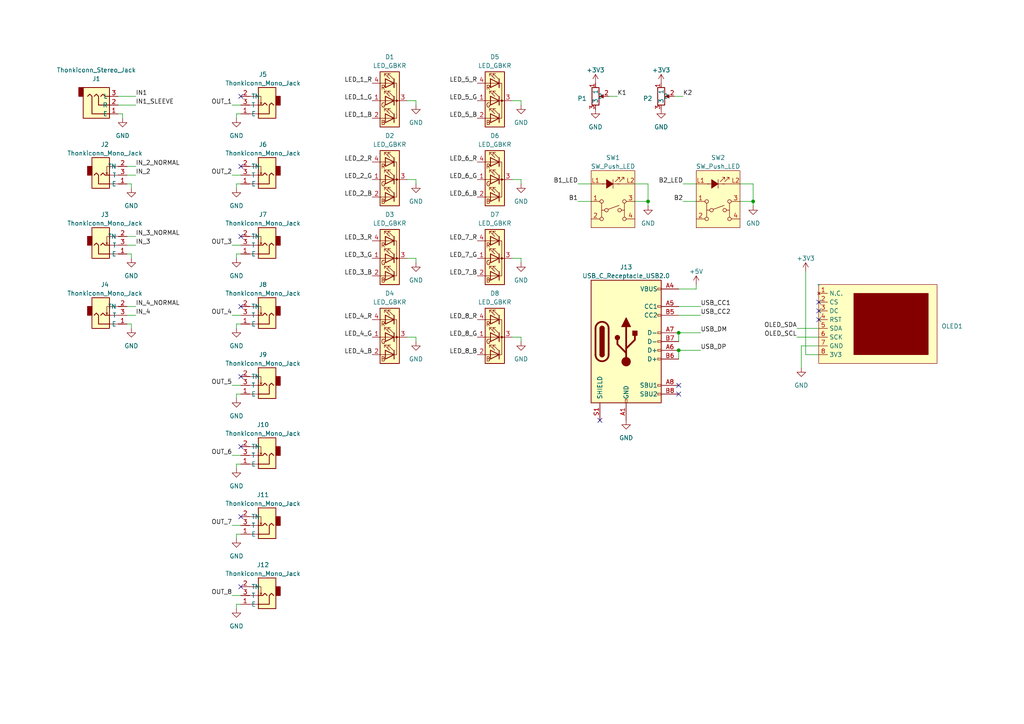
<source format=kicad_sch>
(kicad_sch (version 20230121) (generator eeschema)
  (paper "A4")
  (lib_symbols
    (symbol "Connector:USB_C_Receptacle_USB2.0" (pin_names (offset 1.016))
      (property "Reference" "J" (at -10.16 19.05 0))
      (property "Value" "USB_C_Receptacle_USB2.0" (at 19.05 19.05 0))
      (symbol "USB_C_Receptacle_USB2.0_0_0"
        (rectangle (start -0.254 -17.78) (end 0.254 -16.764))
        (rectangle (start 10.16 -14.986) (end 9.144 -15.494))
        (rectangle (start 10.16 -12.446) (end 9.144 -12.954))
        (rectangle (start 10.16 -4.826) (end 9.144 -5.334))
        (rectangle (start 10.16 -2.286) (end 9.144 -2.794))
        (rectangle (start 10.16 0.254) (end 9.144 -0.254))
        (rectangle (start 10.16 2.794) (end 9.144 2.286))
        (rectangle (start 10.16 7.874) (end 9.144 7.366))
        (rectangle (start 10.16 10.414) (end 9.144 9.906))
        (rectangle (start 10.16 15.494) (end 9.144 14.986))
      )
      (symbol "USB_C_Receptacle_USB2.0_0_1"
        (rectangle (start -10.16 17.78) (end 10.16 -17.78) (stroke (width 0.254)) (fill (type background)))
        (arc (start -8.89 -3.81) (mid -6.985 -5.7067) (end -5.08 -3.81) (stroke (width 0.508)))
        (arc (start -7.62 -3.81) (mid -6.985 -4.4423) (end -6.35 -3.81) (stroke (width 0.254)))
        (arc (start -7.62 -3.81) (mid -6.985 -4.4423) (end -6.35 -3.81) (stroke (width 0.254)) (fill (type outline)))
        (rectangle (start -7.62 -3.81) (end -6.35 3.81) (stroke (width 0.254)) (fill (type outline)))
        (arc (start -6.35 3.81) (mid -6.985 4.4423) (end -7.62 3.81) (stroke (width 0.254)))
        (arc (start -6.35 3.81) (mid -6.985 4.4423) (end -7.62 3.81) (stroke (width 0.254)) (fill (type outline)))
        (arc (start -5.08 3.81) (mid -6.985 5.7067) (end -8.89 3.81) (stroke (width 0.508)))
        (circle (center -2.54 1.143) (radius 0.635) (stroke (width 0.254)) (fill (type outline)))
        (circle (center 0 -5.842) (radius 1.27) (fill (type outline)))
        (polyline (pts (xy -8.89 -3.81) (xy -8.89 3.81)) (stroke (width 0.508)))
        (polyline (pts (xy -5.08 3.81) (xy -5.08 -3.81)) (stroke (width 0.508)))
        (polyline (pts (xy 0 -5.842) (xy 0 4.318)) (stroke (width 0.508)))
        (polyline (pts (xy 0 -3.302) (xy -2.54 -0.762) (xy -2.54 0.508)) (stroke (width 0.508)))
        (polyline (pts (xy 0 -2.032) (xy 2.54 0.508) (xy 2.54 1.778)) (stroke (width 0.508)))
        (polyline (pts (xy -1.27 4.318) (xy 0 6.858) (xy 1.27 4.318) (xy -1.27 4.318)) (stroke (width 0.254)) (fill (type outline)))
        (rectangle (start 1.905 1.778) (end 3.175 3.048) (stroke (width 0.254)) (fill (type outline)))
      )
      (symbol "USB_C_Receptacle_USB2.0_1_1"
        (pin passive line (at 0 -22.86 90) (length 5.08) (name "GND") (number "A1"))
        (pin passive line (at 0 -22.86 90) (length 5.08) hide (name "GND") (number "A12"))
        (pin passive line (at 15.24 15.24 180) (length 5.08) (name "VBUS") (number "A4"))
        (pin bidirectional line (at 15.24 10.16 180) (length 5.08) (name "CC1") (number "A5"))
        (pin bidirectional line (at 15.24 -2.54 180) (length 5.08) (name "D+") (number "A6"))
        (pin bidirectional line (at 15.24 2.54 180) (length 5.08) (name "D-") (number "A7"))
        (pin bidirectional line (at 15.24 -12.7 180) (length 5.08) (name "SBU1") (number "A8"))
        (pin passive line (at 15.24 15.24 180) (length 5.08) hide (name "VBUS") (number "A9"))
        (pin passive line (at 0 -22.86 90) (length 5.08) hide (name "GND") (number "B1"))
        (pin passive line (at 0 -22.86 90) (length 5.08) hide (name "GND") (number "B12"))
        (pin passive line (at 15.24 15.24 180) (length 5.08) hide (name "VBUS") (number "B4"))
        (pin bidirectional line (at 15.24 7.62 180) (length 5.08) (name "CC2") (number "B5"))
        (pin bidirectional line (at 15.24 -5.08 180) (length 5.08) (name "D+") (number "B6"))
        (pin bidirectional line (at 15.24 0 180) (length 5.08) (name "D-") (number "B7"))
        (pin bidirectional line (at 15.24 -15.24 180) (length 5.08) (name "SBU2") (number "B8"))
        (pin passive line (at 15.24 15.24 180) (length 5.08) hide (name "VBUS") (number "B9"))
        (pin passive line (at -7.62 -22.86 90) (length 5.08) (name "SHIELD") (number "S1"))
      )
    )
    (symbol "Device:LED_GBKR" (pin_names (offset 0) hide)
      (property "Reference" "D" (at 0 9.398 0))
      (property "Value" "LED_GBKR" (at 0 -8.89 0))
      (symbol "LED_GBKR_0_0"
        (text "B" (at 1.905 -6.35 0) (effects (font (size 1.27 1.27))))
        (text "G" (at 1.905 -1.27 0) (effects (font (size 1.27 1.27))))
        (text "R" (at 1.905 3.81 0) (effects (font (size 1.27 1.27))))
      )
      (symbol "LED_GBKR_0_1"
        (circle (center -2.032 0) (radius 0.254) (fill (type outline)))
        (polyline (pts (xy -1.27 -5.08) (xy 1.27 -5.08)))
        (polyline (pts (xy -1.27 -3.81) (xy -1.27 -6.35)) (stroke (width 0.254)))
        (polyline (pts (xy -1.27 0) (xy -2.54 0)))
        (polyline (pts (xy -1.27 1.27) (xy -1.27 -1.27)) (stroke (width 0.254)))
        (polyline (pts (xy -1.27 5.08) (xy 1.27 5.08)))
        (polyline (pts (xy -1.27 6.35) (xy -1.27 3.81)) (stroke (width 0.254)))
        (polyline (pts (xy 1.27 -5.08) (xy 2.54 -5.08)))
        (polyline (pts (xy 1.27 0) (xy -1.27 0)))
        (polyline (pts (xy 1.27 0) (xy 2.54 0)))
        (polyline (pts (xy 1.27 5.08) (xy 2.54 5.08)))
        (polyline (pts (xy -1.27 1.27) (xy -1.27 -1.27) (xy -1.27 -1.27)))
        (polyline (pts (xy -1.27 6.35) (xy -1.27 3.81) (xy -1.27 3.81)))
        (polyline (pts (xy -1.27 5.08) (xy -2.032 5.08) (xy -2.032 -5.08) (xy -1.016 -5.08)))
        (polyline (pts (xy 1.27 -3.81) (xy 1.27 -6.35) (xy -1.27 -5.08) (xy 1.27 -3.81)) (stroke (width 0.254)))
        (polyline (pts (xy 1.27 1.27) (xy 1.27 -1.27) (xy -1.27 0) (xy 1.27 1.27)) (stroke (width 0.254)))
        (polyline (pts (xy 1.27 6.35) (xy 1.27 3.81) (xy -1.27 5.08) (xy 1.27 6.35)) (stroke (width 0.254)))
        (polyline (pts (xy -1.016 -3.81) (xy 0.508 -2.286) (xy -0.254 -2.286) (xy 0.508 -2.286) (xy 0.508 -3.048)))
        (polyline (pts (xy -1.016 1.27) (xy 0.508 2.794) (xy -0.254 2.794) (xy 0.508 2.794) (xy 0.508 2.032)))
        (polyline (pts (xy -1.016 6.35) (xy 0.508 7.874) (xy -0.254 7.874) (xy 0.508 7.874) (xy 0.508 7.112)))
        (polyline (pts (xy 0 -3.81) (xy 1.524 -2.286) (xy 0.762 -2.286) (xy 1.524 -2.286) (xy 1.524 -3.048)))
        (polyline (pts (xy 0 1.27) (xy 1.524 2.794) (xy 0.762 2.794) (xy 1.524 2.794) (xy 1.524 2.032)))
        (polyline (pts (xy 0 6.35) (xy 1.524 7.874) (xy 0.762 7.874) (xy 1.524 7.874) (xy 1.524 7.112)))
        (rectangle (start 1.27 -1.27) (end 1.27 1.27))
        (rectangle (start 1.27 1.27) (end 1.27 1.27))
        (rectangle (start 1.27 3.81) (end 1.27 6.35))
        (rectangle (start 1.27 6.35) (end 1.27 6.35))
        (rectangle (start 2.794 8.382) (end -2.794 -7.62) (stroke (width 0.254)) (fill (type background)))
      )
      (symbol "LED_GBKR_1_1"
        (pin passive line (at 5.08 0 180) (length 2.54) (name "GA") (number "1"))
        (pin passive line (at 5.08 -5.08 180) (length 2.54) (name "BA") (number "2"))
        (pin passive line (at -5.08 0 0) (length 2.54) (name "K") (number "3"))
        (pin passive line (at 5.08 5.08 180) (length 2.54) (name "RA") (number "4"))
      )
    )
    (symbol "Eurorack:Enoki_OLED_SSD1306_128x64"
      (property "Reference" "OLED" (at 0 2.54 0))
      (symbol "Enoki_OLED_SSD1306_128x64_0_1"
        (rectangle (start 0 0) (end 34.29 -22.86) (fill (type background)))
        (rectangle (start 10.16 -2.54) (end 31.75 -20.32) (fill (type outline)))
      )
      (symbol "Enoki_OLED_SSD1306_128x64_1_1"
        (pin no_connect line (at 0 -2.54 0) (length 2.54) (name "N.C.") (number "1"))
        (pin input line (at 0 -5.08 0) (length 2.54) (name "CS") (number "2"))
        (pin input line (at 0 -7.62 0) (length 2.54) (name "DC") (number "3"))
        (pin input line (at 0 -10.16 0) (length 2.54) (name "RST") (number "4"))
        (pin input line (at 0 -12.7 0) (length 2.54) (name "SDA") (number "5"))
        (pin input line (at 0 -15.24 0) (length 2.54) (name "SCK") (number "6"))
        (pin input line (at 0 -17.78 0) (length 2.54) (name "GND") (number "7"))
        (pin input line (at 0 -20.32 0) (length 2.54) (name "3V3") (number "8"))
      )
    )
    (symbol "Eurorack:PB01-109TL_Low_Profile_Illuminated_Button" (pin_names (offset 1.016) hide)
      (property "Reference" "SW" (at -1.27 11.43 0))
      (property "Value" "SW_Push_LED" (at 0.254 9.144 0))
      (symbol "PB01-109TL_Low_Profile_Illuminated_Button_0_0"
        (polyline (pts (xy 0 2.54) (xy 0 5.08)))
        (polyline (pts (xy 1.905 3.81) (xy -3.175 3.81)))
        (polyline (pts (xy 1.905 5.715) (xy 0.635 4.445)))
        (polyline (pts (xy 3.175 5.715) (xy 1.905 4.445)))
        (polyline (pts (xy 1.905 5.08) (xy 1.905 5.715) (xy 1.27 5.715)))
        (polyline (pts (xy 3.175 5.08) (xy 3.175 5.715) (xy 2.54 5.715)))
        (polyline (pts (xy 0 3.81) (xy -1.905 2.54) (xy -1.905 5.08) (xy 0 3.81)) (fill (type outline)))
      )
      (symbol "PB01-109TL_Low_Profile_Illuminated_Button_0_1"
        (circle (center -3.302 -6.35) (radius 0.508))
        (circle (center -3.302 -1.27) (radius 0.508))
        (circle (center -1.905 -3.81) (radius 0.508))
        (polyline (pts (xy -3.302 -1.778) (xy -3.302 -5.715)))
        (polyline (pts (xy 3.302 -1.778) (xy 3.302 -5.715)))
        (circle (center 1.905 -3.81) (radius 0.508))
        (circle (center 3.302 -6.35) (radius 0.508))
        (circle (center 3.302 -1.27) (radius 0.508))
        (pin passive line (at -6.35 -1.27 0) (length 2.54) (name "1") (number "1"))
        (pin passive line (at -6.35 -6.35 0) (length 2.54) (name "2") (number "2"))
        (pin passive line (at 6.35 -1.27 180) (length 2.54) (name "3") (number "3"))
        (pin passive line (at 6.35 -6.35 180) (length 2.54) (name "4") (number "4"))
        (pin passive line (at -6.35 3.81 0) (length 2.54) (name "A") (number "L1"))
        (pin passive line (at 6.35 3.81 180) (length 2.54) (name "K") (number "L2"))
      )
      (symbol "PB01-109TL_Low_Profile_Illuminated_Button_1_1"
        (rectangle (start -6.35 7.62) (end 6.35 -8.89) (fill (type background)))
        (polyline (pts (xy -2.54 3.81) (xy -3.81 3.81)))
        (polyline (pts (xy -2.413 -3.81) (xy -3.302 -3.81)))
        (polyline (pts (xy -1.397 -3.556) (xy 1.778 -2.413)))
        (polyline (pts (xy 2.413 -3.81) (xy 3.302 -3.81)))
        (polyline (pts (xy 3.81 3.81) (xy 1.27 3.81)))
      )
    )
    (symbol "Eurorack:Potentiometer_9mm_Vertical_Linear"
      (property "Reference" "P" (at 0 2.54 0))
      (property "Value" "Potentiometer_9mm_Vertical_Linear" (at 0 11.43 0))
      (symbol "Potentiometer_9mm_Vertical_Linear_0_1"
        (polyline (pts (xy 2.54 0) (xy 1.524 0)))
        (polyline (pts (xy 1.143 0) (xy 2.286 0.508) (xy 2.286 -0.508) (xy 1.143 0)) (fill (type outline)))
        (rectangle (start 1.016 2.54) (end -1.016 -2.54) (stroke (width 0.254)))
      )
      (symbol "Potentiometer_9mm_Vertical_Linear_1_1"
        (pin passive line (at 0 3.81 270) (length 1.27) (name "1") (number "1"))
        (pin passive line (at 3.81 0 180) (length 1.27) (name "2") (number "2"))
        (pin passive line (at 0 -3.81 90) (length 1.27) (name "3") (number "3"))
      )
    )
    (symbol "Eurorack:Thonkiconn_Mono_Jack"
      (property "Reference" "J" (at 0 1.27 0))
      (property "Value" "Thonkiconn_Mono_Jack" (at 10.16 3.81 0))
      (symbol "Thonkiconn_Mono_Jack_0_1"
        (rectangle (start -1.27 -2.54) (end 0 -5.08) (stroke (width 0.254)) (fill (type outline)))
        (polyline (pts (xy 4.318 -4.826) (xy 4.572 -4.318)))
        (polyline (pts (xy 8.89 -7.62) (xy 5.08 -7.62)))
        (polyline (pts (xy 8.89 -5.08) (xy 5.08 -5.08)))
        (polyline (pts (xy 2.54 -5.08) (xy 3.175 -4.445) (xy 3.81 -5.08) (xy 5.08 -5.08)) (stroke (width 0.254)))
        (polyline (pts (xy 8.89 -2.54) (xy 4.318 -2.54) (xy 4.318 -4.826) (xy 4.064 -4.318)))
        (polyline (pts (xy 5.08 -7.62) (xy 1.905 -7.62) (xy 1.905 -5.08) (xy 1.27 -4.445) (xy 0.635 -5.08)) (stroke (width 0.254)))
        (rectangle (start 0 0) (end 5.08 -8.89) (stroke (width 0.254)) (fill (type background)))
      )
      (symbol "Thonkiconn_Mono_Jack_1_1"
        (pin passive line (at 10.16 -7.62 180) (length 2.54) (name "E") (number "1"))
        (pin passive line (at 10.16 -2.54 180) (length 2.54) (name "TN") (number "2"))
        (pin passive line (at 10.16 -5.08 180) (length 2.54) (name "T") (number "3"))
      )
    )
    (symbol "Eurorack:Thonkiconn_Stereo_Jack"
      (property "Reference" "J" (at 0 8.89 0))
      (property "Value" "Thonkiconn_Stereo_Jack" (at 0 6.35 0))
      (symbol "Thonkiconn_Stereo_Jack_0_1"
        (rectangle (start -5.08 -5.08) (end -6.35 -2.54) (stroke (width 0.254)) (fill (type outline)))
        (polyline (pts (xy 0 -2.54) (xy 0.635 -3.175) (xy 1.27 -2.54) (xy 2.54 -2.54)) (stroke (width 0.254)))
        (polyline (pts (xy -1.905 -2.54) (xy -1.27 -3.175) (xy -0.635 -2.54) (xy -0.635 0) (xy 2.54 0)) (stroke (width 0.254)))
        (polyline (pts (xy 2.54 2.54) (xy -2.54 2.54) (xy -2.54 -2.54) (xy -3.175 -3.175) (xy -3.81 -2.54)) (stroke (width 0.254)))
        (rectangle (start 2.54 3.81) (end -5.08 -5.08) (stroke (width 0.254)) (fill (type background)))
      )
      (symbol "Thonkiconn_Stereo_Jack_1_1"
        (pin passive line (at 5.08 2.54 180) (length 2.54) (name "E") (number "1"))
        (pin passive line (at 5.08 0 180) (length 2.54) (name "R") (number "2"))
        (pin passive line (at 5.08 -2.54 180) (length 2.54) (name "L") (number "3"))
      )
    )
    (symbol "power:+3V3" (power) (pin_names (offset 0))
      (property "Value" "+3V3" (at 0 3.556 0))
      (symbol "+3V3_0_1"
        (polyline (pts (xy -0.762 1.27) (xy 0 2.54)))
        (polyline (pts (xy 0 0) (xy 0 2.54)))
        (polyline (pts (xy 0 2.54) (xy 0.762 1.27)))
      )
      (symbol "+3V3_1_1"
        (pin power_in line (at 0 0 90) (length 0) hide (name "+3V3") (number "1"))
      )
    )
    (symbol "power:+5V" (power) (pin_names (offset 0))
      (property "Value" "+5V" (at 0 3.556 0))
      (symbol "+5V_0_1"
        (polyline (pts (xy -0.762 1.27) (xy 0 2.54)))
        (polyline (pts (xy 0 0) (xy 0 2.54)))
        (polyline (pts (xy 0 2.54) (xy 0.762 1.27)))
      )
      (symbol "+5V_1_1"
        (pin power_in line (at 0 0 90) (length 0) hide (name "+5V") (number "1"))
      )
    )
    (symbol "power:GND" (power) (pin_names (offset 0))
      (property "Value" "GND" (at 0 -3.81 0))
      (symbol "GND_0_1"
        (polyline (pts (xy 0 0) (xy 0 -1.27) (xy 1.27 -1.27) (xy 0 -2.54) (xy -1.27 -1.27) (xy 0 -1.27)))
      )
      (symbol "GND_1_1"
        (pin power_in line (at 0 0 270) (length 0) hide (name "GND") (number "1"))
      )
    )
  )
  (junction (at 196.85 101.6))
  (junction (at 218.44 58.42))
  (junction (at 187.96 58.42))
  (junction (at 196.85 96.52))
  (no_connect (at 237.49 87.63))
  (no_connect (at 69.85 149.86))
  (no_connect (at 69.85 68.58))
  (no_connect (at 173.99 121.92))
  (no_connect (at 196.85 111.76))
  (no_connect (at 69.85 170.18))
  (no_connect (at 69.85 129.54))
  (no_connect (at 69.85 109.22))
  (no_connect (at 69.85 27.94))
  (no_connect (at 69.85 48.26))
  (no_connect (at 69.85 88.9))
  (no_connect (at 237.49 90.17))
  (no_connect (at 196.85 114.3))
  (no_connect (at 237.49 92.71))
  (wire (pts (xy 171.45 53.34) (xy 167.64 53.34)))
  (wire (pts (xy 151.13 76.2) (xy 151.13 74.93)))
  (wire (pts (xy 196.85 101.6) (xy 196.85 104.14)))
  (wire (pts (xy 232.41 100.33) (xy 237.49 100.33)))
  (wire (pts (xy 198.12 27.94) (xy 195.58 27.94)))
  (wire (pts (xy 69.85 172.72) (xy 67.31 172.72)))
  (wire (pts (xy 34.29 27.94) (xy 39.37 27.94)))
  (wire (pts (xy 151.13 74.93) (xy 148.59 74.93)))
  (wire (pts (xy 120.65 99.06) (xy 120.65 97.79)))
  (wire (pts (xy 69.85 30.48) (xy 67.31 30.48)))
  (wire (pts (xy 151.13 99.06) (xy 151.13 97.79)))
  (wire (pts (xy 38.1 93.98) (xy 38.1 95.25)))
  (wire (pts (xy 68.58 73.66) (xy 68.58 74.93)))
  (wire (pts (xy 151.13 52.07) (xy 148.59 52.07)))
  (wire (pts (xy 187.96 53.34) (xy 187.96 58.42)))
  (wire (pts (xy 68.58 114.3) (xy 68.58 115.57)))
  (wire (pts (xy 36.83 50.8) (xy 39.37 50.8)))
  (wire (pts (xy 233.68 102.87) (xy 237.49 102.87)))
  (wire (pts (xy 120.65 30.48) (xy 120.65 29.21)))
  (wire (pts (xy 69.85 111.76) (xy 67.31 111.76)))
  (wire (pts (xy 38.1 93.98) (xy 36.83 93.98)))
  (wire (pts (xy 68.58 134.62) (xy 68.58 135.89)))
  (wire (pts (xy 232.41 106.68) (xy 232.41 100.33)))
  (wire (pts (xy 196.85 96.52) (xy 196.85 99.06)))
  (wire (pts (xy 69.85 91.44) (xy 67.31 91.44)))
  (wire (pts (xy 171.45 58.42) (xy 167.64 58.42)))
  (wire (pts (xy 231.14 95.25) (xy 237.49 95.25)))
  (wire (pts (xy 68.58 134.62) (xy 69.85 134.62)))
  (wire (pts (xy 39.37 68.58) (xy 36.83 68.58)))
  (wire (pts (xy 151.13 53.34) (xy 151.13 52.07)))
  (wire (pts (xy 39.37 48.26) (xy 36.83 48.26)))
  (wire (pts (xy 68.58 53.34) (xy 68.58 54.61)))
  (wire (pts (xy 196.85 88.9) (xy 203.2 88.9)))
  (wire (pts (xy 201.93 53.34) (xy 198.12 53.34)))
  (wire (pts (xy 120.65 29.21) (xy 118.11 29.21)))
  (wire (pts (xy 184.15 53.34) (xy 187.96 53.34)))
  (wire (pts (xy 68.58 93.98) (xy 69.85 93.98)))
  (wire (pts (xy 38.1 53.34) (xy 36.83 53.34)))
  (wire (pts (xy 120.65 53.34) (xy 120.65 52.07)))
  (wire (pts (xy 151.13 97.79) (xy 148.59 97.79)))
  (wire (pts (xy 38.1 73.66) (xy 38.1 74.93)))
  (wire (pts (xy 35.56 33.02) (xy 34.29 33.02)))
  (wire (pts (xy 68.58 154.94) (xy 69.85 154.94)))
  (wire (pts (xy 36.83 71.12) (xy 39.37 71.12)))
  (wire (pts (xy 36.83 91.44) (xy 39.37 91.44)))
  (wire (pts (xy 218.44 58.42) (xy 214.63 58.42)))
  (wire (pts (xy 233.68 78.74) (xy 233.68 102.87)))
  (wire (pts (xy 68.58 33.02) (xy 69.85 33.02)))
  (wire (pts (xy 196.85 91.44) (xy 203.2 91.44)))
  (wire (pts (xy 196.85 96.52) (xy 203.2 96.52)))
  (wire (pts (xy 69.85 152.4) (xy 67.31 152.4)))
  (wire (pts (xy 68.58 93.98) (xy 68.58 95.25)))
  (wire (pts (xy 201.93 82.55) (xy 201.93 83.82)))
  (wire (pts (xy 68.58 73.66) (xy 69.85 73.66)))
  (wire (pts (xy 187.96 58.42) (xy 184.15 58.42)))
  (wire (pts (xy 187.96 59.69) (xy 187.96 58.42)))
  (wire (pts (xy 151.13 30.48) (xy 151.13 29.21)))
  (wire (pts (xy 218.44 53.34) (xy 218.44 58.42)))
  (wire (pts (xy 196.85 101.6) (xy 203.2 101.6)))
  (wire (pts (xy 34.29 30.48) (xy 39.37 30.48)))
  (wire (pts (xy 68.58 53.34) (xy 69.85 53.34)))
  (wire (pts (xy 201.93 83.82) (xy 196.85 83.82)))
  (wire (pts (xy 68.58 154.94) (xy 68.58 156.21)))
  (wire (pts (xy 69.85 71.12) (xy 67.31 71.12)))
  (wire (pts (xy 68.58 175.26) (xy 68.58 176.53)))
  (wire (pts (xy 214.63 53.34) (xy 218.44 53.34)))
  (wire (pts (xy 120.65 74.93) (xy 118.11 74.93)))
  (wire (pts (xy 68.58 33.02) (xy 68.58 34.29)))
  (wire (pts (xy 35.56 33.02) (xy 35.56 34.29)))
  (wire (pts (xy 201.93 58.42) (xy 198.12 58.42)))
  (wire (pts (xy 69.85 50.8) (xy 67.31 50.8)))
  (wire (pts (xy 68.58 175.26) (xy 69.85 175.26)))
  (wire (pts (xy 39.37 88.9) (xy 36.83 88.9)))
  (wire (pts (xy 69.85 132.08) (xy 67.31 132.08)))
  (wire (pts (xy 120.65 76.2) (xy 120.65 74.93)))
  (wire (pts (xy 151.13 29.21) (xy 148.59 29.21)))
  (wire (pts (xy 38.1 53.34) (xy 38.1 54.61)))
  (wire (pts (xy 38.1 73.66) (xy 36.83 73.66)))
  (wire (pts (xy 68.58 114.3) (xy 69.85 114.3)))
  (wire (pts (xy 120.65 52.07) (xy 118.11 52.07)))
  (wire (pts (xy 231.14 97.79) (xy 237.49 97.79)))
  (wire (pts (xy 120.65 97.79) (xy 118.11 97.79)))
  (wire (pts (xy 218.44 59.69) (xy 218.44 58.42)))
  (wire (pts (xy 179.07 27.94) (xy 176.53 27.94)))
  (label "LED_1_R" (at 107.95 24.13 180))
  (label "K1" (at 179.07 27.94 0))
  (label "IN1_SLEEVE" (at 39.37 30.48 0))
  (label "OUT_6" (at 67.31 132.08 180))
  (label "LED_2_B" (at 107.95 57.15 180))
  (label "B1_LED" (at 167.64 53.34 180))
  (label "OUT_7" (at 67.31 152.4 180))
  (label "K2" (at 198.12 27.94 0))
  (label "USB_DP" (at 203.2 101.6 0))
  (label "OLED_SCL" (at 231.14 97.79 180))
  (label "LED_6_B" (at 138.43 57.15 180))
  (label "OUT_5" (at 67.31 111.76 180))
  (label "LED_5_B" (at 138.43 34.29 180))
  (label "LED_3_R" (at 107.95 69.85 180))
  (label "OLED_SDA" (at 231.14 95.25 180))
  (label "LED_4_R" (at 107.95 92.71 180))
  (label "IN1" (at 39.37 27.94 0))
  (label "USB_DM" (at 203.2 96.52 0))
  (label "LED_1_G" (at 107.95 29.21 180))
  (label "LED_2_G" (at 107.95 52.07 180))
  (label "IN_2" (at 39.37 50.8 0))
  (label "IN_2_NORMAL" (at 39.37 48.26 0))
  (label "OUT_3" (at 67.31 71.12 180))
  (label "IN_4_NORMAL" (at 39.37 88.9 0))
  (label "USB_CC1" (at 203.2 88.9 0))
  (label "IN_4" (at 39.37 91.44 0))
  (label "USB_CC2" (at 203.2 91.44 0))
  (label "LED_8_B" (at 138.43 102.87 180))
  (label "LED_2_R" (at 107.95 46.99 180))
  (label "LED_3_G" (at 107.95 74.93 180))
  (label "IN_3_NORMAL" (at 39.37 68.58 0))
  (label "B2_LED" (at 198.12 53.34 180))
  (label "B1" (at 167.64 58.42 180))
  (label "LED_8_R" (at 138.43 92.71 180))
  (label "LED_7_G" (at 138.43 74.93 180))
  (label "LED_5_R" (at 138.43 24.13 180))
  (label "OUT_8" (at 67.31 172.72 180))
  (label "IN_3" (at 39.37 71.12 0))
  (label "OUT_2" (at 67.31 50.8 180))
  (label "LED_7_B" (at 138.43 80.01 180))
  (label "B2" (at 198.12 58.42 180))
  (label "LED_4_B" (at 107.95 102.87 180))
  (label "OUT_1" (at 67.31 30.48 180))
  (label "LED_1_B" (at 107.95 34.29 180))
  (label "LED_7_R" (at 138.43 69.85 180))
  (label "LED_6_G" (at 138.43 52.07 180))
  (label "OUT_4" (at 67.31 91.44 180))
  (label "LED_3_B" (at 107.95 80.01 180))
  (label "LED_4_G" (at 107.95 97.79 180))
  (label "LED_8_G" (at 138.43 97.79 180))
  (label "LED_5_G" (at 138.43 29.21 180))
  (label "LED_6_R" (at 138.43 46.99 180))
  (symbol (lib_id "Device:LED_GBKR") (at 143.51 52.07 0) (mirror y) (unit 1)
    (property "Reference" "D6" (at 143.51 39.37 0))
    (property "Value" "LED_GBKR" (at 143.51 41.91 0))
    (property "Footprint" "allen-synthesis:254-5726 RGB Led 5mm" (effects hide))
  )
  (symbol (lib_id "power:GND") (at 218.44 59.69 0) (unit 1)
    (property "Reference" "#PWR026" (effects hide))
    (property "Value" "GND" (at 218.44 64.77 0))
  )
  (symbol (lib_id "power:GND") (at 38.1 95.25 0) (unit 1)
    (property "Reference" "#PWR04" (effects hide))
    (property "Value" "GND" (at 38.1 100.33 0))
  )
  (symbol (lib_id "Eurorack:Thonkiconn_Mono_Jack") (at 80.01 86.36 0) (mirror y) (unit 1)
    (property "Reference" "J8" (at 76.2635 82.55 0))
    (property "Value" "Thonkiconn_Mono_Jack" (at 76.2635 85.09 0))
    (property "Footprint" "Eurorack:Thonkiconn Mono Jack" (effects hide))
  )
  (symbol (lib_id "power:+3V3") (at 233.68 78.74 0) (unit 1)
    (property "Reference" "#PWR030" (effects hide))
    (property "Value" "+3V3" (at 233.68 74.93 0))
  )
  (symbol (lib_id "Eurorack:Thonkiconn_Stereo_Jack") (at 29.21 30.48 0) (mirror x) (unit 1)
    (property "Reference" "J1" (at 27.94 22.86 0))
    (property "Value" "Thonkiconn_Stereo_Jack" (at 27.94 20.32 0))
    (property "Footprint" "Eurorack:Thonkiconn Stereo Jack" (effects hide))
  )
  (symbol (lib_id "power:GND") (at 68.58 176.53 0) (mirror y) (unit 1)
    (property "Reference" "#PWR012" (effects hide))
    (property "Value" "GND" (at 68.58 181.61 0))
  )
  (symbol (lib_id "Eurorack:Potentiometer_9mm_Vertical_Linear") (at 191.77 27.94 0) (unit 1)
    (property "Reference" "P2" (at 189.23 28.575 0) (effects (justify right)))
    (property "Value" "Potentiometer_9mm_Vertical_Linear" (effects hide))
    (property "Footprint" "allen-synthesis:potentiometer-9mm_2hp" (effects hide))
  )
  (symbol (lib_id "power:GND") (at 181.61 121.92 0) (unit 1)
    (property "Reference" "#PWR028" (effects hide))
    (property "Value" "GND" (at 181.61 127 0))
  )
  (symbol (lib_id "Eurorack:Thonkiconn_Mono_Jack") (at 26.67 86.36 0) (unit 1)
    (property "Reference" "J4" (at 30.4165 82.55 0))
    (property "Value" "Thonkiconn_Mono_Jack" (at 30.4165 85.09 0))
    (property "Footprint" "Eurorack:Thonkiconn Mono Jack" (effects hide))
  )
  (symbol (lib_id "power:GND") (at 38.1 54.61 0) (unit 1)
    (property "Reference" "#PWR02" (effects hide))
    (property "Value" "GND" (at 38.1 59.69 0))
  )
  (symbol (lib_id "power:GND") (at 120.65 53.34 0) (mirror y) (unit 1)
    (property "Reference" "#PWR014" (effects hide))
    (property "Value" "GND" (at 120.65 58.42 0))
  )
  (symbol (lib_id "power:GND") (at 68.58 156.21 0) (mirror y) (unit 1)
    (property "Reference" "#PWR011" (effects hide))
    (property "Value" "GND" (at 68.58 161.29 0))
  )
  (symbol (lib_id "Eurorack:Thonkiconn_Mono_Jack") (at 80.01 167.64 0) (mirror y) (unit 1)
    (property "Reference" "J12" (at 76.2635 163.83 0))
    (property "Value" "Thonkiconn_Mono_Jack" (at 76.2635 166.37 0))
    (property "Footprint" "Eurorack:Thonkiconn Mono Jack" (effects hide))
  )
  (symbol (lib_id "Device:LED_GBKR") (at 113.03 29.21 0) (mirror y) (unit 1)
    (property "Reference" "D1" (at 113.03 16.51 0))
    (property "Value" "LED_GBKR" (at 113.03 19.05 0))
    (property "Footprint" "allen-synthesis:254-5726 RGB Led 5mm" (effects hide))
  )
  (symbol (lib_id "power:GND") (at 68.58 115.57 0) (mirror y) (unit 1)
    (property "Reference" "#PWR09" (effects hide))
    (property "Value" "GND" (at 68.58 120.65 0))
  )
  (symbol (lib_id "Eurorack:Thonkiconn_Mono_Jack") (at 80.01 45.72 0) (mirror y) (unit 1)
    (property "Reference" "J6" (at 76.2635 41.91 0))
    (property "Value" "Thonkiconn_Mono_Jack" (at 76.2635 44.45 0))
    (property "Footprint" "Eurorack:Thonkiconn Mono Jack" (effects hide))
  )
  (symbol (lib_id "Eurorack:PB01-109TL_Low_Profile_Illuminated_Button") (at 208.28 57.15 0) (unit 1)
    (property "Reference" "SW2" (at 208.28 45.72 0))
    (property "Value" "SW_Push_LED" (at 208.28 48.26 0))
    (property "Footprint" "allen-synthesis:switch-momentary-c&k-illuminated" (effects hide))
  )
  (symbol (lib_id "power:GND") (at 120.65 30.48 0) (mirror y) (unit 1)
    (property "Reference" "#PWR013" (effects hide))
    (property "Value" "GND" (at 120.65 35.56 0))
  )
  (symbol (lib_id "Eurorack:Thonkiconn_Mono_Jack") (at 80.01 25.4 0) (mirror y) (unit 1)
    (property "Reference" "J5" (at 76.2635 21.59 0))
    (property "Value" "Thonkiconn_Mono_Jack" (at 76.2635 24.13 0))
    (property "Footprint" "Eurorack:Thonkiconn Mono Jack" (effects hide))
  )
  (symbol (lib_id "power:GND") (at 35.56 34.29 0) (unit 1)
    (property "Reference" "#PWR01" (effects hide))
    (property "Value" "GND" (at 35.56 39.37 0))
  )
  (symbol (lib_id "power:GND") (at 38.1 74.93 0) (unit 1)
    (property "Reference" "#PWR03" (effects hide))
    (property "Value" "GND" (at 38.1 80.01 0))
  )
  (symbol (lib_id "Device:LED_GBKR") (at 113.03 52.07 0) (mirror y) (unit 1)
    (property "Reference" "D2" (at 113.03 39.37 0))
    (property "Value" "LED_GBKR" (at 113.03 41.91 0))
    (property "Footprint" "allen-synthesis:254-5726 RGB Led 5mm" (effects hide))
  )
  (symbol (lib_id "Eurorack:Thonkiconn_Mono_Jack") (at 26.67 66.04 0) (unit 1)
    (property "Reference" "J3" (at 30.4165 62.23 0))
    (property "Value" "Thonkiconn_Mono_Jack" (at 30.4165 64.77 0))
    (property "Footprint" "Eurorack:Thonkiconn Mono Jack" (effects hide))
  )
  (symbol (lib_id "Device:LED_GBKR") (at 113.03 97.79 0) (mirror y) (unit 1)
    (property "Reference" "D4" (at 113.03 85.09 0))
    (property "Value" "LED_GBKR" (at 113.03 87.63 0))
    (property "Footprint" "allen-synthesis:254-5726 RGB Led 5mm" (effects hide))
  )
  (symbol (lib_id "power:GND") (at 191.77 31.75 0) (mirror y) (unit 1)
    (property "Reference" "#PWR024" (effects hide))
    (property "Value" "GND" (at 191.77 36.83 0))
  )
  (symbol (lib_id "Device:LED_GBKR") (at 143.51 29.21 0) (mirror y) (unit 1)
    (property "Reference" "D5" (at 143.51 16.51 0))
    (property "Value" "LED_GBKR" (at 143.51 19.05 0))
    (property "Footprint" "allen-synthesis:254-5726 RGB Led 5mm" (effects hide))
  )
  (symbol (lib_id "power:GND") (at 151.13 99.06 0) (mirror y) (unit 1)
    (property "Reference" "#PWR020" (effects hide))
    (property "Value" "GND" (at 151.13 104.14 0))
  )
  (symbol (lib_id "power:GND") (at 187.96 59.69 0) (unit 1)
    (property "Reference" "#PWR025" (effects hide))
    (property "Value" "GND" (at 187.96 64.77 0))
  )
  (symbol (lib_id "power:GND") (at 68.58 95.25 0) (mirror y) (unit 1)
    (property "Reference" "#PWR08" (effects hide))
    (property "Value" "GND" (at 68.58 100.33 0))
  )
  (symbol (lib_id "power:GND") (at 68.58 34.29 0) (mirror y) (unit 1)
    (property "Reference" "#PWR05" (effects hide))
    (property "Value" "GND" (at 68.58 39.37 0))
  )
  (symbol (lib_id "power:GND") (at 151.13 76.2 0) (mirror y) (unit 1)
    (property "Reference" "#PWR019" (effects hide))
    (property "Value" "GND" (at 151.13 81.28 0))
  )
  (symbol (lib_id "power:GND") (at 68.58 135.89 0) (mirror y) (unit 1)
    (property "Reference" "#PWR010" (effects hide))
    (property "Value" "GND" (at 68.58 140.97 0))
  )
  (symbol (lib_id "power:GND") (at 232.41 106.68 0) (unit 1)
    (property "Reference" "#PWR029" (effects hide))
    (property "Value" "GND" (at 232.41 111.76 0))
  )
  (symbol (lib_id "power:+5V") (at 201.93 82.55 0) (unit 1)
    (property "Reference" "#PWR027" (effects hide))
    (property "Value" "+5V" (at 201.93 78.74 0))
  )
  (symbol (lib_id "Eurorack:Thonkiconn_Mono_Jack") (at 80.01 66.04 0) (mirror y) (unit 1)
    (property "Reference" "J7" (at 76.2635 62.23 0))
    (property "Value" "Thonkiconn_Mono_Jack" (at 76.2635 64.77 0))
    (property "Footprint" "Eurorack:Thonkiconn Mono Jack" (effects hide))
  )
  (symbol (lib_id "power:GND") (at 120.65 76.2 0) (mirror y) (unit 1)
    (property "Reference" "#PWR015" (effects hide))
    (property "Value" "GND" (at 120.65 81.28 0))
  )
  (symbol (lib_id "power:GND") (at 68.58 54.61 0) (mirror y) (unit 1)
    (property "Reference" "#PWR06" (effects hide))
    (property "Value" "GND" (at 68.58 59.69 0))
  )
  (symbol (lib_id "power:GND") (at 120.65 99.06 0) (mirror y) (unit 1)
    (property "Reference" "#PWR016" (effects hide))
    (property "Value" "GND" (at 120.65 104.14 0))
  )
  (symbol (lib_id "power:GND") (at 68.58 74.93 0) (mirror y) (unit 1)
    (property "Reference" "#PWR07" (effects hide))
    (property "Value" "GND" (at 68.58 80.01 0))
  )
  (symbol (lib_id "power:GND") (at 172.72 31.75 0) (mirror y) (unit 1)
    (property "Reference" "#PWR022" (effects hide))
    (property "Value" "GND" (at 172.72 36.83 0))
  )
  (symbol (lib_id "Device:LED_GBKR") (at 113.03 74.93 0) (mirror y) (unit 1)
    (property "Reference" "D3" (at 113.03 62.23 0))
    (property "Value" "LED_GBKR" (at 113.03 64.77 0))
    (property "Footprint" "allen-synthesis:254-5726 RGB Led 5mm" (effects hide))
  )
  (symbol (lib_id "Device:LED_GBKR") (at 143.51 97.79 0) (mirror y) (unit 1)
    (property "Reference" "D8" (at 143.51 85.09 0))
    (property "Value" "LED_GBKR" (at 143.51 87.63 0))
    (property "Footprint" "allen-synthesis:254-5726 RGB Led 5mm" (effects hide))
  )
  (symbol (lib_id "Connector:USB_C_Receptacle_USB2.0") (at 181.61 99.06 0) (unit 1)
    (property "Reference" "J13" (at 181.61 77.47 0))
    (property "Value" "USB_C_Receptacle_USB2.0" (at 181.61 80.01 0))
    (property "Footprint" "allen-synthesis:USB_C_Vertical_GT-USB-7038X USB" (effects hide))
    (property "Datasheet" "https://www.usb.org/sites/default/files/documents/usb_type-c.zip" (effects hide))
  )
  (symbol (lib_id "Eurorack:Enoki_OLED_SSD1306_128x64") (at 237.49 82.55 0) (unit 1)
    (property "Reference" "OLED1" (at 273.05 94.615 0) (effects (justify left)))
    (property "Value" "~" (at 237.49 82.55 0))
    (property "Footprint" "Eurorack:Enoki OLED SSD1306 128x64" (effects hide))
  )
  (symbol (lib_id "Eurorack:Thonkiconn_Mono_Jack") (at 80.01 127 0) (mirror y) (unit 1)
    (property "Reference" "J10" (at 76.2635 123.19 0))
    (property "Value" "Thonkiconn_Mono_Jack" (at 76.2635 125.73 0))
    (property "Footprint" "Eurorack:Thonkiconn Mono Jack" (effects hide))
  )
  (symbol (lib_id "power:+3V3") (at 172.72 24.13 0) (unit 1)
    (property "Reference" "#PWR021" (effects hide))
    (property "Value" "+3V3" (at 172.72 20.32 0))
  )
  (symbol (lib_id "power:+3V3") (at 191.77 24.13 0) (unit 1)
    (property "Reference" "#PWR023" (effects hide))
    (property "Value" "+3V3" (at 191.77 20.32 0))
  )
  (symbol (lib_id "Eurorack:Thonkiconn_Mono_Jack") (at 80.01 106.68 0) (mirror y) (unit 1)
    (property "Reference" "J9" (at 76.2635 102.87 0))
    (property "Value" "Thonkiconn_Mono_Jack" (at 76.2635 105.41 0))
    (property "Footprint" "Eurorack:Thonkiconn Mono Jack" (effects hide))
  )
  (symbol (lib_id "Eurorack:Thonkiconn_Mono_Jack") (at 80.01 147.32 0) (mirror y) (unit 1)
    (property "Reference" "J11" (at 76.2635 143.51 0))
    (property "Value" "Thonkiconn_Mono_Jack" (at 76.2635 146.05 0))
    (property "Footprint" "Eurorack:Thonkiconn Mono Jack" (effects hide))
  )
  (symbol (lib_id "Eurorack:Thonkiconn_Mono_Jack") (at 26.67 45.72 0) (unit 1)
    (property "Reference" "J2" (at 30.4165 41.91 0))
    (property "Value" "Thonkiconn_Mono_Jack" (at 30.4165 44.45 0))
    (property "Footprint" "Eurorack:Thonkiconn Mono Jack" (effects hide))
  )
  (symbol (lib_id "power:GND") (at 151.13 30.48 0) (mirror y) (unit 1)
    (property "Reference" "#PWR017" (effects hide))
    (property "Value" "GND" (at 151.13 35.56 0))
  )
  (symbol (lib_id "Eurorack:Potentiometer_9mm_Vertical_Linear") (at 172.72 27.94 0) (unit 1)
    (property "Reference" "P1" (at 170.18 28.575 0) (effects (justify right)))
    (property "Value" "Potentiometer_9mm_Vertical_Linear" (effects hide))
    (property "Footprint" "allen-synthesis:potentiometer-9mm_2hp" (effects hide))
  )
  (symbol (lib_id "Eurorack:PB01-109TL_Low_Profile_Illuminated_Button") (at 177.8 57.15 0) (unit 1)
    (property "Reference" "SW1" (at 177.8 45.72 0))
    (property "Value" "SW_Push_LED" (at 177.8 48.26 0))
    (property "Footprint" "allen-synthesis:switch-momentary-c&k-illuminated" (effects hide))
  )
  (symbol (lib_id "Device:LED_GBKR") (at 143.51 74.93 0) (mirror y) (unit 1)
    (property "Reference" "D7" (at 143.51 62.23 0))
    (property "Value" "LED_GBKR" (at 143.51 64.77 0))
    (property "Footprint" "allen-synthesis:254-5726 RGB Led 5mm" (effects hide))
  )
  (symbol (lib_id "power:GND") (at 151.13 53.34 0) (mirror y) (unit 1)
    (property "Reference" "#PWR018" (effects hide))
    (property "Value" "GND" (at 151.13 58.42 0))
  )
)
</source>
